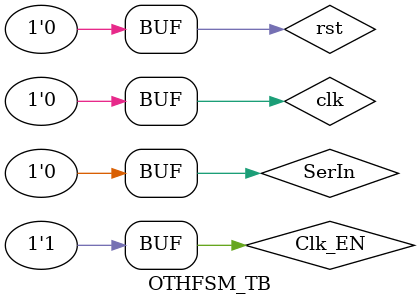
<source format=sv>
`timescale 1ns/1ns

module OTHFSM_TB();

  reg SerIn, Clk_EN = 1, clk = 0, rst = 0;
  wire Co, inc_cnt, rst_cnt, SerOut, SerOutValid;
  wire [3:0] Count_out;

  Counter c1 (Clk_EN, clk, inc_cnt, rst_cnt, Co, Count_out);
  Detector d1(Clk_EN, SerIn, clk, rst, Co, SerOut, SerOutValid, inc_cnt, rst_cnt);

  initial
  begin
    repeat(60)
      #10 clk = ~clk;
  end

  initial
  begin
    #5 SerIn = 0;
    #40 SerIn = 1;
    #20 SerIn = 0;
    #20 SerIn = 1;
    #60 SerIn = 0;
    #20 SerIn = 1;
    #100 SerIn = 0;
    #100 SerIn = 1;
    #20 SerIn = 0;
    #20 SerIn = 1;
    #60 SerIn = 0;
  end

endmodule

</source>
